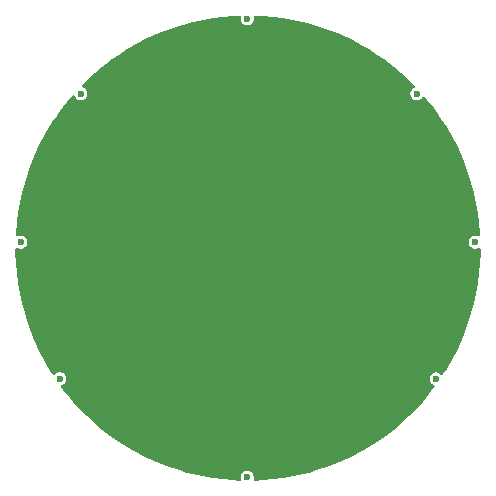
<source format=gbr>
%TF.GenerationSoftware,KiCad,Pcbnew,9.0.4*%
%TF.CreationDate,2025-08-27T15:07:23+05:30*%
%TF.ProjectId,KthDesign.kicad_pcb_3,4b746844-6573-4696-976e-2e6b69636164,rev?*%
%TF.SameCoordinates,Original*%
%TF.FileFunction,Copper,L1,Top*%
%TF.FilePolarity,Positive*%
%FSLAX46Y46*%
G04 Gerber Fmt 4.6, Leading zero omitted, Abs format (unit mm)*
G04 Created by KiCad (PCBNEW 9.0.4) date 2025-08-27 15:07:23*
%MOMM*%
%LPD*%
G01*
G04 APERTURE LIST*
%TA.AperFunction,ViaPad*%
%ADD10C,4.500000*%
%TD*%
%TA.AperFunction,ViaPad*%
%ADD11C,0.600000*%
%TD*%
G04 APERTURE END LIST*
D10*
%TO.N,GND*%
X130048000Y-77851000D03*
D11*
%TO.N,unconnected-(U1-PA14-Pad24)*%
X123808719Y-101728245D03*
%TO.N,unconnected-(U1-PB9-Pad31)*%
X125603000Y-77597000D03*
%TO.N,unconnected-(U1-PA11-Pad21)*%
X139701125Y-110077926D03*
%TO.N,unconnected-(U1-PB1-Pad15)*%
X155682628Y-101752236D03*
%TO.N,unconnected-(U1-PB6-Pad29)*%
X120523000Y-90170000D03*
%TO.N,unconnected-(U1-PC14-Pad2)*%
X139700086Y-71278078D03*
%TO.N,unconnected-(U1-NRST-Pad4)*%
X154051000Y-77597000D03*
%TO.N,unconnected-(U1-PA4-Pad10)*%
X159004000Y-90170000D03*
%TD*%
%TA.AperFunction,Conductor*%
%TO.N,GND*%
G36*
X141039717Y-71020560D02*
G01*
X141045101Y-71020913D01*
X141895932Y-71095351D01*
X141901300Y-71095939D01*
X142748106Y-71207423D01*
X142753386Y-71208235D01*
X143594530Y-71356552D01*
X143599783Y-71357596D01*
X144433684Y-71542468D01*
X144438878Y-71543739D01*
X145119401Y-71726085D01*
X145263880Y-71764798D01*
X145269069Y-71766310D01*
X146083624Y-72023138D01*
X146088738Y-72024875D01*
X146891319Y-72316990D01*
X146896329Y-72318938D01*
X147553760Y-72591256D01*
X147685409Y-72645787D01*
X147690360Y-72647966D01*
X148464417Y-73008913D01*
X148469253Y-73011298D01*
X149226857Y-73405681D01*
X149231558Y-73408260D01*
X149324754Y-73462067D01*
X149971222Y-73835306D01*
X149975847Y-73838112D01*
X150696171Y-74297008D01*
X150700670Y-74300014D01*
X151400297Y-74789900D01*
X151404659Y-74793099D01*
X151687229Y-75009922D01*
X152082235Y-75313021D01*
X152086439Y-75316395D01*
X152740727Y-75865408D01*
X152744794Y-75868975D01*
X153374465Y-76445962D01*
X153378373Y-76449703D01*
X153834666Y-76905996D01*
X153868151Y-76967319D01*
X153863167Y-77037011D01*
X153821295Y-77092944D01*
X153808986Y-77101064D01*
X153712985Y-77156491D01*
X153712982Y-77156493D01*
X153610493Y-77258982D01*
X153610488Y-77258988D01*
X153538017Y-77384511D01*
X153538016Y-77384515D01*
X153500500Y-77524525D01*
X153500500Y-77669475D01*
X153536246Y-77802878D01*
X153538017Y-77809488D01*
X153610488Y-77935011D01*
X153610490Y-77935013D01*
X153610491Y-77935015D01*
X153712985Y-78037509D01*
X153712986Y-78037510D01*
X153712988Y-78037511D01*
X153838511Y-78109982D01*
X153838512Y-78109982D01*
X153838515Y-78109984D01*
X153978525Y-78147500D01*
X153978528Y-78147500D01*
X154123472Y-78147500D01*
X154123475Y-78147500D01*
X154263485Y-78109984D01*
X154389015Y-78037509D01*
X154491509Y-77935015D01*
X154516933Y-77890978D01*
X154567500Y-77842764D01*
X154636107Y-77829540D01*
X154700971Y-77855508D01*
X154719306Y-77873269D01*
X154949413Y-78147500D01*
X155115605Y-78345560D01*
X155118983Y-78349770D01*
X155299217Y-78584656D01*
X155638900Y-79027340D01*
X155642099Y-79031702D01*
X156131985Y-79731329D01*
X156134991Y-79735828D01*
X156593887Y-80456152D01*
X156596693Y-80460777D01*
X157023727Y-81200420D01*
X157026329Y-81205163D01*
X157420693Y-81962729D01*
X157423086Y-81967582D01*
X157784033Y-82741639D01*
X157786212Y-82746590D01*
X158113051Y-83535646D01*
X158115012Y-83540689D01*
X158407124Y-84343261D01*
X158408863Y-84348383D01*
X158665687Y-85162925D01*
X158667201Y-85168119D01*
X158888252Y-85993091D01*
X158889538Y-85998346D01*
X159074397Y-86832189D01*
X159075452Y-86837496D01*
X159223758Y-87678580D01*
X159224581Y-87683927D01*
X159336059Y-88530694D01*
X159336648Y-88536072D01*
X159411085Y-89386891D01*
X159411439Y-89392290D01*
X159418478Y-89553522D01*
X159401736Y-89621356D01*
X159350978Y-89669370D01*
X159282319Y-89682321D01*
X159232596Y-89666317D01*
X159216488Y-89657017D01*
X159216489Y-89657017D01*
X159205006Y-89653940D01*
X159076475Y-89619500D01*
X158931525Y-89619500D01*
X158802993Y-89653940D01*
X158791511Y-89657017D01*
X158665988Y-89729488D01*
X158665982Y-89729493D01*
X158563493Y-89831982D01*
X158563488Y-89831988D01*
X158491017Y-89957511D01*
X158491016Y-89957515D01*
X158453500Y-90097525D01*
X158453500Y-90242475D01*
X158455050Y-90248258D01*
X158491017Y-90382488D01*
X158563488Y-90508011D01*
X158563490Y-90508013D01*
X158563491Y-90508015D01*
X158665985Y-90610509D01*
X158665986Y-90610510D01*
X158665988Y-90610511D01*
X158791511Y-90682982D01*
X158791512Y-90682982D01*
X158791515Y-90682984D01*
X158931525Y-90720500D01*
X158931528Y-90720500D01*
X159076472Y-90720500D01*
X159076475Y-90720500D01*
X159216485Y-90682984D01*
X159262812Y-90656236D01*
X159330711Y-90639764D01*
X159396738Y-90662616D01*
X159439929Y-90717537D01*
X159448812Y-90763624D01*
X159448812Y-91105035D01*
X159448694Y-91110444D01*
X159411439Y-91963710D01*
X159411085Y-91969108D01*
X159336648Y-92819927D01*
X159336059Y-92825305D01*
X159224581Y-93672072D01*
X159223758Y-93677419D01*
X159075452Y-94518503D01*
X159074397Y-94523810D01*
X158889538Y-95357653D01*
X158888252Y-95362908D01*
X158667201Y-96187880D01*
X158665687Y-96193074D01*
X158408863Y-97007616D01*
X158407124Y-97012738D01*
X158115012Y-97815310D01*
X158113051Y-97820353D01*
X157786212Y-98609409D01*
X157784033Y-98614360D01*
X157423086Y-99388417D01*
X157420693Y-99393270D01*
X157026329Y-100150836D01*
X157023727Y-100155579D01*
X156596693Y-100895222D01*
X156593887Y-100899847D01*
X156293537Y-101371303D01*
X156240915Y-101417267D01*
X156171796Y-101427485D01*
X156108126Y-101398712D01*
X156101275Y-101392359D01*
X156020645Y-101311729D01*
X156020639Y-101311724D01*
X155895116Y-101239253D01*
X155895117Y-101239253D01*
X155883634Y-101236176D01*
X155755103Y-101201736D01*
X155610153Y-101201736D01*
X155481621Y-101236176D01*
X155470139Y-101239253D01*
X155344616Y-101311724D01*
X155344610Y-101311729D01*
X155242121Y-101414218D01*
X155242116Y-101414224D01*
X155169645Y-101539747D01*
X155169644Y-101539751D01*
X155132128Y-101679761D01*
X155132128Y-101824711D01*
X155169644Y-101964721D01*
X155169645Y-101964724D01*
X155242116Y-102090247D01*
X155242118Y-102090249D01*
X155242119Y-102090251D01*
X155344613Y-102192745D01*
X155344614Y-102192746D01*
X155344616Y-102192747D01*
X155470139Y-102265218D01*
X155470141Y-102265219D01*
X155470143Y-102265220D01*
X155471241Y-102265514D01*
X155472064Y-102266015D01*
X155477647Y-102268328D01*
X155477286Y-102269198D01*
X155530902Y-102301878D01*
X155561432Y-102364724D01*
X155553138Y-102434100D01*
X155537525Y-102460775D01*
X155118991Y-103006219D01*
X155115604Y-103010439D01*
X154566591Y-103664727D01*
X154563024Y-103668794D01*
X153986037Y-104298465D01*
X153982296Y-104302373D01*
X153378373Y-104906296D01*
X153374465Y-104910037D01*
X152744794Y-105487024D01*
X152740727Y-105490591D01*
X152086439Y-106039604D01*
X152082219Y-106042991D01*
X151404659Y-106562900D01*
X151400297Y-106566099D01*
X150700670Y-107055985D01*
X150696171Y-107058991D01*
X149975847Y-107517887D01*
X149971222Y-107520693D01*
X149231579Y-107947727D01*
X149226836Y-107950329D01*
X148469270Y-108344693D01*
X148464417Y-108347086D01*
X147690360Y-108708033D01*
X147685409Y-108710212D01*
X146896353Y-109037051D01*
X146891310Y-109039012D01*
X146088738Y-109331124D01*
X146083616Y-109332863D01*
X145269074Y-109589687D01*
X145263880Y-109591201D01*
X144438908Y-109812252D01*
X144433653Y-109813538D01*
X143599810Y-109998397D01*
X143594503Y-109999452D01*
X142753419Y-110147758D01*
X142748072Y-110148581D01*
X141901305Y-110260059D01*
X141895927Y-110260648D01*
X141045108Y-110335085D01*
X141039710Y-110335439D01*
X140361081Y-110365069D01*
X140293247Y-110348327D01*
X140245232Y-110297570D01*
X140232281Y-110228911D01*
X140235896Y-110209099D01*
X140251625Y-110150401D01*
X140251625Y-110005451D01*
X140214109Y-109865441D01*
X140183400Y-109812252D01*
X140141636Y-109739914D01*
X140141631Y-109739908D01*
X140039142Y-109637419D01*
X140039136Y-109637414D01*
X139913613Y-109564943D01*
X139913614Y-109564943D01*
X139902131Y-109561866D01*
X139773600Y-109527426D01*
X139628650Y-109527426D01*
X139500118Y-109561866D01*
X139488636Y-109564943D01*
X139363113Y-109637414D01*
X139363107Y-109637419D01*
X139260618Y-109739908D01*
X139260613Y-109739914D01*
X139188142Y-109865437D01*
X139188141Y-109865441D01*
X139150625Y-110005451D01*
X139150625Y-110150401D01*
X139162800Y-110195839D01*
X139165100Y-110204422D01*
X139163437Y-110274272D01*
X139124274Y-110332134D01*
X139060046Y-110359638D01*
X139039916Y-110360397D01*
X138468289Y-110335439D01*
X138462891Y-110335085D01*
X137612072Y-110260648D01*
X137606694Y-110260059D01*
X136759927Y-110148581D01*
X136754580Y-110147758D01*
X135913496Y-109999452D01*
X135908189Y-109998397D01*
X135074346Y-109813538D01*
X135069091Y-109812252D01*
X134244119Y-109591201D01*
X134238925Y-109589687D01*
X133424383Y-109332863D01*
X133419261Y-109331124D01*
X132616689Y-109039012D01*
X132611646Y-109037051D01*
X131822590Y-108710212D01*
X131817639Y-108708033D01*
X131043582Y-108347086D01*
X131038729Y-108344693D01*
X130281163Y-107950329D01*
X130276420Y-107947727D01*
X129536777Y-107520693D01*
X129532152Y-107517887D01*
X128811828Y-107058991D01*
X128807329Y-107055985D01*
X128107702Y-106566099D01*
X128103340Y-106562900D01*
X127425780Y-106042991D01*
X127421560Y-106039604D01*
X126767272Y-105490591D01*
X126763205Y-105487024D01*
X126133534Y-104910037D01*
X126129626Y-104906296D01*
X125525703Y-104302373D01*
X125521962Y-104298465D01*
X124944975Y-103668794D01*
X124941408Y-103664727D01*
X124392395Y-103010439D01*
X124389021Y-103006235D01*
X123952364Y-102437173D01*
X123927171Y-102372005D01*
X123941209Y-102303560D01*
X123990023Y-102253571D01*
X124018649Y-102241913D01*
X124021204Y-102241229D01*
X124146734Y-102168754D01*
X124249228Y-102066260D01*
X124321703Y-101940730D01*
X124359219Y-101800720D01*
X124359219Y-101655770D01*
X124321703Y-101515760D01*
X124270737Y-101427485D01*
X124249230Y-101390233D01*
X124249225Y-101390227D01*
X124146736Y-101287738D01*
X124146730Y-101287733D01*
X124021207Y-101215262D01*
X124021208Y-101215262D01*
X124009725Y-101212185D01*
X123881194Y-101177745D01*
X123736244Y-101177745D01*
X123607712Y-101212185D01*
X123596230Y-101215262D01*
X123470707Y-101287733D01*
X123470700Y-101287739D01*
X123390906Y-101367532D01*
X123329583Y-101401017D01*
X123259891Y-101396031D01*
X123203958Y-101354159D01*
X123198645Y-101346475D01*
X122914112Y-100899847D01*
X122911306Y-100895222D01*
X122762266Y-100637078D01*
X122484260Y-100155558D01*
X122481681Y-100150857D01*
X122087298Y-99393253D01*
X122084913Y-99388417D01*
X121723966Y-98614360D01*
X121721787Y-98609409D01*
X121667256Y-98477760D01*
X121394938Y-97820329D01*
X121392987Y-97815310D01*
X121100875Y-97012738D01*
X121099136Y-97007616D01*
X120930250Y-96471979D01*
X120842310Y-96193069D01*
X120840798Y-96187880D01*
X120683112Y-95599388D01*
X120619739Y-95362878D01*
X120618468Y-95357684D01*
X120433596Y-94523783D01*
X120432552Y-94518530D01*
X120284235Y-93677386D01*
X120283423Y-93672106D01*
X120171939Y-92825300D01*
X120171351Y-92819927D01*
X120096914Y-91969108D01*
X120096560Y-91963710D01*
X120059306Y-91110444D01*
X120059188Y-91105035D01*
X120059188Y-90752654D01*
X120078873Y-90685615D01*
X120131677Y-90639860D01*
X120200835Y-90629916D01*
X120245189Y-90645268D01*
X120310509Y-90682981D01*
X120310510Y-90682982D01*
X120310512Y-90682982D01*
X120310515Y-90682984D01*
X120450525Y-90720500D01*
X120450528Y-90720500D01*
X120595472Y-90720500D01*
X120595475Y-90720500D01*
X120735485Y-90682984D01*
X120861015Y-90610509D01*
X120963509Y-90508015D01*
X121035984Y-90382485D01*
X121073500Y-90242475D01*
X121073500Y-90097525D01*
X121035984Y-89957515D01*
X120963509Y-89831985D01*
X120861015Y-89729491D01*
X120861013Y-89729490D01*
X120861011Y-89729488D01*
X120735488Y-89657017D01*
X120735489Y-89657017D01*
X120724006Y-89653940D01*
X120595475Y-89619500D01*
X120450525Y-89619500D01*
X120310515Y-89657016D01*
X120310514Y-89657016D01*
X120310512Y-89657017D01*
X120274910Y-89677572D01*
X120266352Y-89679648D01*
X120259453Y-89685118D01*
X120232925Y-89687757D01*
X120207010Y-89694044D01*
X120198687Y-89691163D01*
X120189927Y-89692035D01*
X120166182Y-89679912D01*
X120140983Y-89671191D01*
X120135539Y-89664269D01*
X120127698Y-89660266D01*
X120114274Y-89637227D01*
X120097793Y-89616269D01*
X120096031Y-89605916D01*
X120092523Y-89599896D01*
X120089029Y-89564775D01*
X120089521Y-89553522D01*
X120096560Y-89392279D01*
X120096914Y-89386891D01*
X120171351Y-88536072D01*
X120171940Y-88530694D01*
X120186004Y-88423865D01*
X120283424Y-87683886D01*
X120284234Y-87678620D01*
X120432554Y-86837460D01*
X120433594Y-86832225D01*
X120618471Y-85998304D01*
X120619736Y-85993132D01*
X120840802Y-85168102D01*
X120842312Y-85162925D01*
X121099143Y-84348361D01*
X121100875Y-84343261D01*
X121392996Y-83540664D01*
X121394932Y-83535686D01*
X121721791Y-82746578D01*
X121723966Y-82741639D01*
X121809912Y-82557325D01*
X122084921Y-81967563D01*
X122087288Y-81962764D01*
X122481691Y-81205123D01*
X122484249Y-81200460D01*
X122911319Y-80460754D01*
X122914098Y-80456174D01*
X123373028Y-79735797D01*
X123375993Y-79731359D01*
X123865907Y-79031691D01*
X123869099Y-79027340D01*
X124389038Y-78349741D01*
X124392395Y-78345560D01*
X124876926Y-77768119D01*
X124935097Y-77729417D01*
X125004958Y-77728309D01*
X125064328Y-77765146D01*
X125084740Y-77802878D01*
X125086908Y-77801981D01*
X125090017Y-77809488D01*
X125162488Y-77935011D01*
X125162490Y-77935013D01*
X125162491Y-77935015D01*
X125264985Y-78037509D01*
X125264986Y-78037510D01*
X125264988Y-78037511D01*
X125390511Y-78109982D01*
X125390512Y-78109982D01*
X125390515Y-78109984D01*
X125530525Y-78147500D01*
X125530528Y-78147500D01*
X125675472Y-78147500D01*
X125675475Y-78147500D01*
X125815485Y-78109984D01*
X125941015Y-78037509D01*
X126043509Y-77935015D01*
X126115984Y-77809485D01*
X126153500Y-77669475D01*
X126153500Y-77524525D01*
X126115984Y-77384515D01*
X126043509Y-77258985D01*
X125941015Y-77156491D01*
X125941013Y-77156490D01*
X125941011Y-77156488D01*
X125815488Y-77084017D01*
X125815483Y-77084015D01*
X125770428Y-77071942D01*
X125710768Y-77035576D01*
X125680240Y-76972729D01*
X125688535Y-76903354D01*
X125714839Y-76864490D01*
X126129649Y-76449680D01*
X126133511Y-76445983D01*
X126763221Y-75868960D01*
X126767272Y-75865408D01*
X127421560Y-75316395D01*
X127425741Y-75313038D01*
X128103350Y-74793091D01*
X128107702Y-74789900D01*
X128807359Y-74299993D01*
X128811797Y-74297028D01*
X129532174Y-73838098D01*
X129536754Y-73835319D01*
X130276460Y-73408249D01*
X130281123Y-73405691D01*
X131038764Y-73011288D01*
X131043563Y-73008921D01*
X131817639Y-72647966D01*
X131822578Y-72645791D01*
X132611686Y-72318932D01*
X132616664Y-72316996D01*
X133419269Y-72024872D01*
X133424361Y-72023143D01*
X134238942Y-71766306D01*
X134244102Y-71764802D01*
X135069132Y-71543736D01*
X135074304Y-71542471D01*
X135908225Y-71357594D01*
X135913460Y-71356554D01*
X136754620Y-71208234D01*
X136759886Y-71207424D01*
X137606704Y-71095938D01*
X137612062Y-71095352D01*
X138462901Y-71020913D01*
X138468279Y-71020560D01*
X139038866Y-70995648D01*
X139106700Y-71012390D01*
X139154715Y-71063148D01*
X139167666Y-71131806D01*
X139164049Y-71151623D01*
X139149586Y-71205603D01*
X139149586Y-71350553D01*
X139187102Y-71490563D01*
X139187103Y-71490566D01*
X139259574Y-71616089D01*
X139259576Y-71616091D01*
X139259577Y-71616093D01*
X139362071Y-71718587D01*
X139362072Y-71718588D01*
X139362074Y-71718589D01*
X139487597Y-71791060D01*
X139487598Y-71791060D01*
X139487601Y-71791062D01*
X139627611Y-71828578D01*
X139627614Y-71828578D01*
X139772558Y-71828578D01*
X139772561Y-71828578D01*
X139912571Y-71791062D01*
X140038101Y-71718587D01*
X140140595Y-71616093D01*
X140213070Y-71490563D01*
X140250586Y-71350553D01*
X140250586Y-71205603D01*
X140234845Y-71146857D01*
X140236508Y-71077010D01*
X140275670Y-71019147D01*
X140339899Y-70991643D01*
X140360019Y-70990884D01*
X141039717Y-71020560D01*
G37*
%TD.AperFunction*%
%TD*%
M02*

</source>
